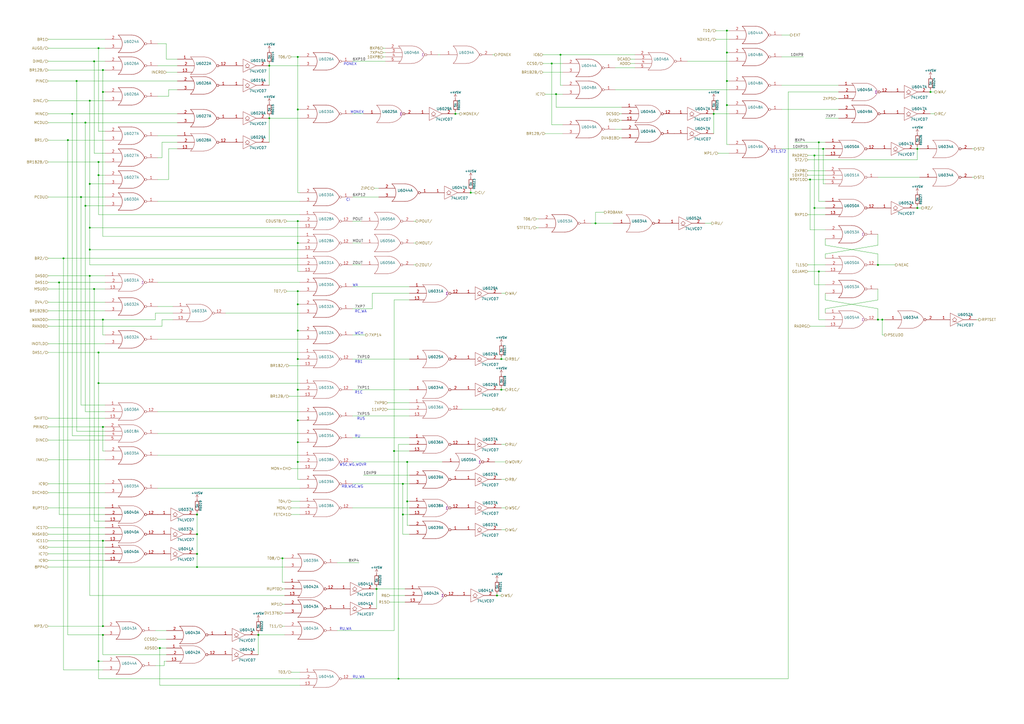
<source format=kicad_sch>
(kicad_sch (version 20211123) (generator eeschema)
  (paper "A2")
  (junction (at 156.21 38.1))
  (junction (at 172.72 267.97))
  (junction (at 59.69 53.34))
  (junction (at 41.91 66.04))
  (junction (at 36.83 149.86))
  (junction (at 59.69 368.3))
  (junction (at 59.69 313.69))
  (junction (at 52.07 132.08))
  (junction (at 511.81 185.42))
  (junction (at 49.53 119.38))
  (junction (at 52.07 58.42))
  (junction (at 59.69 247.65))
  (junction (at 57.15 383.54))
  (junction (at 532.13 120.65))
  (junction (at 236.22 267.97))
  (junction (at 46.99 114.3))
  (junction (at 114.3 298.45))
  (junction (at 172.72 63.5))
  (junction (at 156.21 68.58))
  (junction (at 472.44 90.17))
  (junction (at 509.27 185.42))
  (junction (at 477.52 86.36))
  (junction (at 320.04 36.83))
  (junction (at 290.83 226.06))
  (junction (at 421.64 46.99))
  (junction (at 114.3 328.93))
  (junction (at 172.72 128.27))
  (junction (at 264.16 66.04))
  (junction (at 228.6 261.62))
  (junction (at 49.53 71.12))
  (junction (at 57.15 204.47))
  (junction (at 57.15 101.6))
  (junction (at 54.61 35.56))
  (junction (at 52.07 160.02))
  (junction (at 236.22 290.83))
  (junction (at 421.64 17.78))
  (junction (at 172.72 140.97))
  (junction (at 172.72 243.84))
  (junction (at 172.72 226.06))
  (junction (at 92.71 375.92))
  (junction (at 288.29 345.44))
  (junction (at 325.12 31.75))
  (junction (at 233.68 280.67))
  (junction (at 57.15 27.94))
  (junction (at 231.14 393.7))
  (junction (at 474.98 157.48))
  (junction (at 233.68 298.45))
  (junction (at 57.15 93.98))
  (junction (at 172.72 256.54))
  (junction (at 172.72 168.91))
  (junction (at 163.83 323.85))
  (junction (at 421.64 60.96))
  (junction (at 474.98 82.55))
  (junction (at 172.72 191.77))
  (junction (at 172.72 176.53))
  (junction (at 59.69 40.64))
  (junction (at 539.75 53.34))
  (junction (at 149.86 368.3))
  (junction (at 57.15 222.25))
  (junction (at 52.07 144.78))
  (junction (at 59.69 363.22))
  (junction (at 172.72 33.02))
  (junction (at 54.61 167.64))
  (junction (at 532.13 86.36))
  (junction (at 421.64 30.48))
  (junction (at 44.45 46.99))
  (junction (at 114.3 321.31))
  (junction (at 39.37 81.28))
  (junction (at 469.9 104.14))
  (junction (at 345.44 129.54))
  (junction (at 34.29 163.83))
  (junction (at 472.44 120.65))
  (junction (at 52.07 106.68))
  (junction (at 322.58 54.61))
  (junction (at 114.3 309.88))
  (junction (at 218.44 341.63))
  (junction (at 59.69 185.42))
  (junction (at 273.05 111.76))
  (junction (at 509.27 153.67))
  (junction (at 172.72 208.28))
  (junction (at 290.83 208.28))
  (junction (at 414.02 66.04))
  (wire (pts (xy 218.44 341.63) (xy 234.95 341.63)))
  (wire (pts (xy 90.17 185.42) (xy 90.17 181.61)))
  (wire (pts (xy 312.42 127) (xy 311.15 127)))
  (wire (pts (xy 36.83 388.62) (xy 59.69 388.62)))
  (wire (pts (xy 422.91 88.9) (xy 416.56 88.9)))
  (wire (pts (xy 414.02 66.04) (xy 422.91 66.04)))
  (wire (pts (xy 168.91 389.89) (xy 173.99 389.89)))
  (wire (pts (xy 172.72 176.53) (xy 172.72 191.77)))
  (wire (pts (xy 163.83 355.6) (xy 165.1 355.6)))
  (wire (pts (xy 27.94 160.02) (xy 52.07 160.02)))
  (wire (pts (xy 52.07 153.67) (xy 173.99 153.67)))
  (wire (pts (xy 478.79 173.99) (xy 478.79 170.18)))
  (wire (pts (xy 359.41 66.04) (xy 360.68 66.04)))
  (wire (pts (xy 59.69 53.34) (xy 59.69 137.16)))
  (wire (pts (xy 93.98 91.44) (xy 93.98 82.55)))
  (wire (pts (xy 91.44 104.14) (xy 97.79 104.14)))
  (wire (pts (xy 509.27 185.42) (xy 509.27 179.07)))
  (wire (pts (xy 356.87 52.07) (xy 422.91 52.07)))
  (wire (pts (xy 156.21 36.83) (xy 156.21 38.1)))
  (wire (pts (xy 57.15 222.25) (xy 173.99 222.25)))
  (wire (pts (xy 27.94 185.42) (xy 59.69 185.42)))
  (wire (pts (xy 345.44 129.54) (xy 355.6 129.54)))
  (wire (pts (xy 27.94 149.86) (xy 36.83 149.86)))
  (wire (pts (xy 46.99 234.95) (xy 60.96 234.95)))
  (wire (pts (xy 91.44 177.8) (xy 100.33 177.8)))
  (wire (pts (xy 228.6 261.62) (xy 228.6 365.76)))
  (wire (pts (xy 472.44 90.17) (xy 478.79 90.17)))
  (wire (pts (xy 97.79 52.07) (xy 102.87 52.07)))
  (wire (pts (xy 421.64 17.78) (xy 422.91 17.78)))
  (wire (pts (xy 92.71 397.51) (xy 173.99 397.51)))
  (wire (pts (xy 172.72 208.28) (xy 172.72 226.06)))
  (wire (pts (xy 27.94 27.94) (xy 57.15 27.94)))
  (wire (pts (xy 172.72 256.54) (xy 173.99 256.54)))
  (wire (pts (xy 41.91 66.04) (xy 102.87 66.04)))
  (wire (pts (xy 233.68 298.45) (xy 233.68 309.88)))
  (wire (pts (xy 414.02 64.77) (xy 414.02 66.04)))
  (wire (pts (xy 44.45 250.19) (xy 60.96 250.19)))
  (wire (pts (xy 57.15 76.2) (xy 57.15 27.94)))
  (wire (pts (xy 168.91 298.45) (xy 173.99 298.45)))
  (wire (pts (xy 95.25 383.54) (xy 96.52 383.54)))
  (wire (pts (xy 231.14 393.7) (xy 231.14 257.81)))
  (wire (pts (xy 165.1 341.63) (xy 163.83 341.63)))
  (wire (pts (xy 320.04 36.83) (xy 320.04 72.39)))
  (wire (pts (xy 469.9 104.14) (xy 469.9 133.35)))
  (wire (pts (xy 267.97 237.49) (xy 285.75 237.49)))
  (wire (pts (xy 59.69 368.3) (xy 59.69 379.73)))
  (wire (pts (xy 204.47 280.67) (xy 233.68 280.67)))
  (wire (pts (xy 474.98 157.48) (xy 474.98 185.42)))
  (wire (pts (xy 204.47 128.27) (xy 209.55 128.27)))
  (wire (pts (xy 39.37 81.28) (xy 39.37 368.3)))
  (wire (pts (xy 290.83 294.64) (xy 293.37 294.64)))
  (wire (pts (xy 52.07 144.78) (xy 52.07 153.67)))
  (wire (pts (xy 421.64 30.48) (xy 422.91 30.48)))
  (wire (pts (xy 27.94 204.47) (xy 57.15 204.47)))
  (wire (pts (xy 457.2 53.34) (xy 457.2 393.7)))
  (wire (pts (xy 27.94 163.83) (xy 34.29 163.83)))
  (wire (pts (xy 156.21 38.1) (xy 156.21 49.53)))
  (wire (pts (xy 114.3 298.45) (xy 114.3 309.88)))
  (wire (pts (xy 91.44 25.4) (xy 96.52 25.4)))
  (wire (pts (xy 539.75 66.04) (xy 542.29 66.04)))
  (wire (pts (xy 511.81 185.42) (xy 511.81 194.31)))
  (wire (pts (xy 290.83 207.01) (xy 290.83 208.28)))
  (wire (pts (xy 288.29 345.44) (xy 290.83 345.44)))
  (wire (pts (xy 91.44 38.1) (xy 102.87 38.1)))
  (wire (pts (xy 468.63 90.17) (xy 472.44 90.17)))
  (wire (pts (xy 96.52 34.29) (xy 102.87 34.29)))
  (wire (pts (xy 97.79 104.14) (xy 97.79 86.36)))
  (wire (pts (xy 172.72 267.97) (xy 173.99 267.97)))
  (wire (pts (xy 204.47 208.28) (xy 237.49 208.28)))
  (wire (pts (xy 532.13 86.36) (xy 533.4 86.36)))
  (wire (pts (xy 59.69 40.64) (xy 60.96 40.64)))
  (wire (pts (xy 172.72 278.13) (xy 173.99 278.13)))
  (wire (pts (xy 365.76 34.29) (xy 368.3 34.29)))
  (wire (pts (xy 204.47 153.67) (xy 209.55 153.67)))
  (wire (pts (xy 472.44 90.17) (xy 472.44 120.65)))
  (wire (pts (xy 149.86 368.3) (xy 149.86 379.73)))
  (wire (pts (xy 509.27 173.99) (xy 478.79 179.07)))
  (wire (pts (xy 173.99 229.87) (xy 167.64 229.87)))
  (wire (pts (xy 60.96 317.5) (xy 27.94 317.5)))
  (wire (pts (xy 34.29 163.83) (xy 34.29 298.45)))
  (wire (pts (xy 60.96 280.67) (xy 27.94 280.67)))
  (wire (pts (xy 60.96 199.39) (xy 27.94 199.39)))
  (wire (pts (xy 237.49 166.37) (xy 204.47 166.37)))
  (wire (pts (xy 539.75 53.34) (xy 542.29 53.34)))
  (wire (pts (xy 195.58 326.39) (xy 208.28 326.39)))
  (wire (pts (xy 509.27 153.67) (xy 519.43 153.67)))
  (wire (pts (xy 218.44 341.63) (xy 218.44 353.06)))
  (wire (pts (xy 509.27 102.87) (xy 533.4 102.87)))
  (wire (pts (xy 166.37 168.91) (xy 172.72 168.91)))
  (wire (pts (xy 219.71 109.22) (xy 217.17 109.22)))
  (wire (pts (xy 91.44 238.76) (xy 173.99 238.76)))
  (wire (pts (xy 233.68 280.67) (xy 237.49 280.67)))
  (wire (pts (xy 93.98 82.55) (xy 102.87 82.55)))
  (wire (pts (xy 173.99 68.58) (xy 156.21 68.58)))
  (wire (pts (xy 59.69 247.65) (xy 59.69 261.62)))
  (wire (pts (xy 264.16 66.04) (xy 266.7 66.04)))
  (wire (pts (xy 290.83 278.13) (xy 293.37 278.13)))
  (wire (pts (xy 290.83 257.81) (xy 293.37 257.81)))
  (wire (pts (xy 320.04 36.83) (xy 326.39 36.83)))
  (wire (pts (xy 172.72 140.97) (xy 173.99 140.97)))
  (wire (pts (xy 316.23 54.61) (xy 322.58 54.61)))
  (wire (pts (xy 236.22 267.97) (xy 236.22 290.83)))
  (wire (pts (xy 563.88 86.36) (xy 565.15 86.36)))
  (wire (pts (xy 27.94 285.75) (xy 60.96 285.75)))
  (wire (pts (xy 90.17 181.61) (xy 100.33 181.61)))
  (wire (pts (xy 60.96 325.12) (xy 27.94 325.12)))
  (wire (pts (xy 27.94 81.28) (xy 39.37 81.28)))
  (wire (pts (xy 46.99 114.3) (xy 46.99 234.95)))
  (wire (pts (xy 228.6 173.99) (xy 228.6 261.62)))
  (wire (pts (xy 149.86 367.03) (xy 149.86 368.3)))
  (wire (pts (xy 414.02 66.04) (xy 414.02 77.47)))
  (wire (pts (xy 97.79 55.88) (xy 97.79 52.07)))
  (wire (pts (xy 96.52 25.4) (xy 96.52 34.29)))
  (wire (pts (xy 172.72 168.91) (xy 172.72 176.53)))
  (wire (pts (xy 114.3 297.18) (xy 114.3 298.45)))
  (wire (pts (xy 218.44 340.36) (xy 218.44 341.63)))
  (wire (pts (xy 222.25 27.94) (xy 223.52 27.94)))
  (wire (pts (xy 290.83 226.06) (xy 293.37 226.06)))
  (wire (pts (xy 173.99 116.84) (xy 91.44 116.84)))
  (wire (pts (xy 312.42 132.08) (xy 311.15 132.08)))
  (wire (pts (xy 57.15 383.54) (xy 59.69 383.54)))
  (wire (pts (xy 453.39 49.53) (xy 486.41 49.53)))
  (wire (pts (xy 273.05 111.76) (xy 275.59 111.76)))
  (wire (pts (xy 39.37 368.3) (xy 59.69 368.3)))
  (wire (pts (xy 453.39 86.36) (xy 477.52 86.36)))
  (wire (pts (xy 290.83 307.34) (xy 293.37 307.34)))
  (wire (pts (xy 509.27 185.42) (xy 511.81 185.42)))
  (wire (pts (xy 172.72 176.53) (xy 173.99 176.53)))
  (wire (pts (xy 468.63 104.14) (xy 469.9 104.14)))
  (wire (pts (xy 421.64 46.99) (xy 421.64 60.96)))
  (wire (pts (xy 222.25 33.02) (xy 223.52 33.02)))
  (wire (pts (xy 240.03 140.97) (xy 241.3 140.97)))
  (wire (pts (xy 563.88 102.87) (xy 565.15 102.87)))
  (wire (pts (xy 204.47 35.56) (xy 223.52 35.56)))
  (wire (pts (xy 532.13 86.36) (xy 532.13 92.71)))
  (wire (pts (xy 57.15 27.94) (xy 60.96 27.94)))
  (wire (pts (xy 204.47 140.97) (xy 209.55 140.97)))
  (wire (pts (xy 360.68 80.01) (xy 359.41 80.01)))
  (wire (pts (xy 52.07 144.78) (xy 173.99 144.78)))
  (wire (pts (xy 60.96 76.2) (xy 57.15 76.2)))
  (wire (pts (xy 59.69 261.62) (xy 60.96 261.62)))
  (wire (pts (xy 477.52 86.36) (xy 477.52 106.68)))
  (wire (pts (xy 469.9 133.35) (xy 478.79 133.35)))
  (wire (pts (xy 290.83 208.28) (xy 293.37 208.28)))
  (wire (pts (xy 156.21 67.31) (xy 156.21 68.58)))
  (wire (pts (xy 172.72 243.84) (xy 172.72 256.54)))
  (wire (pts (xy 223.52 30.48) (xy 222.25 30.48)))
  (wire (pts (xy 233.68 309.88) (xy 237.49 309.88)))
  (wire (pts (xy 54.61 302.26) (xy 60.96 302.26)))
  (wire (pts (xy 285.75 31.75) (xy 287.02 31.75)))
  (wire (pts (xy 204.47 254) (xy 237.49 254)))
  (wire (pts (xy 60.96 306.07) (xy 27.94 306.07)))
  (wire (pts (xy 27.94 175.26) (xy 60.96 175.26)))
  (wire (pts (xy 474.98 82.55) (xy 474.98 116.84)))
  (wire (pts (xy 509.27 135.89) (xy 509.27 142.24)))
  (wire (pts (xy 356.87 74.93) (xy 360.68 74.93)))
  (wire (pts (xy 27.94 247.65) (xy 59.69 247.65)))
  (wire (pts (xy 509.27 153.67) (xy 509.27 147.32)))
  (wire (pts (xy 27.94 71.12) (xy 49.53 71.12)))
  (wire (pts (xy 240.03 128.27) (xy 241.3 128.27)))
  (wire (pts (xy 96.52 41.91) (xy 102.87 41.91)))
  (wire (pts (xy 34.29 163.83) (xy 60.96 163.83)))
  (wire (pts (xy 290.83 224.79) (xy 290.83 226.06)))
  (wire (pts (xy 509.27 147.32) (xy 478.79 142.24)))
  (wire (pts (xy 60.96 266.7) (xy 27.94 266.7)))
  (wire (pts (xy 233.68 298.45) (xy 237.49 298.45)))
  (wire (pts (xy 27.94 328.93) (xy 114.3 328.93)))
  (wire (pts (xy 204.47 226.06) (xy 237.49 226.06)))
  (wire (pts (xy 130.81 181.61) (xy 173.99 181.61)))
  (wire (pts (xy 60.96 242.57) (xy 27.94 242.57)))
  (wire (pts (xy 54.61 167.64) (xy 60.96 167.64)))
  (wire (pts (xy 54.61 35.56) (xy 60.96 35.56)))
  (wire (pts (xy 173.99 290.83) (xy 168.91 290.83)))
  (wire (pts (xy 532.13 85.09) (xy 532.13 86.36)))
  (wire (pts (xy 509.27 142.24) (xy 478.79 147.32)))
  (wire (pts (xy 52.07 345.44) (xy 52.07 160.02)))
  (wire (pts (xy 168.91 33.02) (xy 172.72 33.02)))
  (wire (pts (xy 41.91 252.73) (xy 60.96 252.73)))
  (wire (pts (xy 44.45 46.99) (xy 102.87 46.99)))
  (wire (pts (xy 511.81 185.42) (xy 513.08 185.42)))
  (wire (pts (xy 52.07 106.68) (xy 60.96 106.68)))
  (wire (pts (xy 59.69 194.31) (xy 60.96 194.31)))
  (wire (pts (xy 172.72 128.27) (xy 172.72 140.97)))
  (wire (pts (xy 325.12 49.53) (xy 326.39 49.53)))
  (wire (pts (xy 288.29 344.17) (xy 288.29 345.44)))
  (wire (pts (xy 421.64 83.82) (xy 422.91 83.82)))
  (wire (pts (xy 233.68 280.67) (xy 233.68 298.45)))
  (wire (pts (xy 322.58 54.61) (xy 322.58 62.23)))
  (wire (pts (xy 172.72 140.97) (xy 172.72 157.48)))
  (wire (pts (xy 236.22 290.83) (xy 236.22 304.8)))
  (wire (pts (xy 57.15 93.98) (xy 57.15 101.6)))
  (wire (pts (xy 59.69 185.42) (xy 90.17 185.42)))
  (wire (pts (xy 474.98 157.48) (xy 478.79 157.48)))
  (wire (pts (xy 486.41 53.34) (xy 457.2 53.34)))
  (wire (pts (xy 172.72 33.02) (xy 173.99 33.02)))
  (wire (pts (xy 59.69 40.64) (xy 59.69 53.34)))
  (wire (pts (xy 57.15 383.54) (xy 57.15 393.7)))
  (wire (pts (xy 237.49 275.59) (xy 210.82 275.59)))
  (wire (pts (xy 172.72 256.54) (xy 172.72 267.97)))
  (wire (pts (xy 92.71 375.92) (xy 96.52 375.92)))
  (wire (pts (xy 472.44 120.65) (xy 478.79 120.65)))
  (wire (pts (xy 57.15 222.25) (xy 57.15 383.54)))
  (wire (pts (xy 27.94 46.99) (xy 44.45 46.99)))
  (wire (pts (xy 91.44 251.46) (xy 173.99 251.46)))
  (wire (pts (xy 453.39 20.32) (xy 458.47 20.32)))
  (wire (pts (xy 91.44 264.16) (xy 173.99 264.16)))
  (wire (pts (xy 231.14 257.81) (xy 237.49 257.81)))
  (wire (pts (xy 96.52 370.84) (xy 91.44 370.84)))
  (wire (pts (xy 27.94 309.88) (xy 60.96 309.88)))
  (wire (pts (xy 27.94 35.56) (xy 54.61 35.56)))
  (wire (pts (xy 532.13 119.38) (xy 532.13 120.65)))
  (wire (pts (xy 172.72 243.84) (xy 173.99 243.84)))
  (wire (pts (xy 228.6 261.62) (xy 237.49 261.62)))
  (wire (pts (xy 57.15 204.47) (xy 57.15 222.25)))
  (wire (pts (xy 204.47 267.97) (xy 236.22 267.97)))
  (wire (pts (xy 163.83 337.82) (xy 165.1 337.82)))
  (wire (pts (xy 163.83 323.85) (xy 163.83 337.82)))
  (wire (pts (xy 236.22 304.8) (xy 237.49 304.8)))
  (wire (pts (xy 478.79 153.67) (xy 468.63 153.67)))
  (wire (pts (xy 172.72 63.5) (xy 173.99 63.5)))
  (wire (pts (xy 478.79 189.23) (xy 469.9 189.23)))
  (wire (pts (xy 52.07 106.68) (xy 52.07 132.08)))
  (wire (pts (xy 59.69 185.42) (xy 59.69 194.31)))
  (wire (pts (xy 511.81 194.31) (xy 513.08 194.31)))
  (wire (pts (xy 172.72 191.77) (xy 173.99 191.77)))
  (wire (pts (xy 477.52 106.68) (xy 478.79 106.68)))
  (wire (pts (xy 91.44 91.44) (xy 93.98 91.44)))
  (wire (pts (xy 57.15 101.6) (xy 60.96 101.6)))
  (wire (pts (xy 478.79 142.24) (xy 478.79 138.43)))
  (wire (pts (xy 172.72 226.06) (xy 173.99 226.06)))
  (wire (pts (xy 166.37 128.27) (xy 172.72 128.27)))
  (wire (pts (xy 41.91 66.04) (xy 41.91 252.73)))
  (wire (pts (xy 172.72 128.27) (xy 173.99 128.27)))
  (wire (pts (xy 36.83 149.86) (xy 173.99 149.86)))
  (wire (pts (xy 314.96 31.75) (xy 325.12 31.75)))
  (wire (pts (xy 228.6 365.76) (xy 195.58 365.76)))
  (wire (pts (xy 52.07 132.08) (xy 173.99 132.08)))
  (wire (pts (xy 172.72 226.06) (xy 172.72 243.84)))
  (wire (pts (xy 90.17 386.08) (xy 95.25 386.08)))
  (wire (pts (xy 215.9 179.07) (xy 215.9 170.18)))
  (wire (pts (xy 27.94 40.64) (xy 59.69 40.64)))
  (wire (pts (xy 149.86 368.3) (xy 165.1 368.3)))
  (wire (pts (xy 356.87 39.37) (xy 368.3 39.37)))
  (wire (pts (xy 264.16 64.77) (xy 264.16 66.04)))
  (wire (pts (xy 509.27 167.64) (xy 509.27 173.99)))
  (wire (pts (xy 27.94 321.31) (xy 60.96 321.31)))
  (wire (pts (xy 478.79 124.46) (xy 468.63 124.46)))
  (wire (pts (xy 49.53 119.38) (xy 60.96 119.38)))
  (wire (pts (xy 49.53 71.12) (xy 49.53 119.38)))
  (wire (pts (xy 172.72 33.02) (xy 172.72 63.5)))
  (wire (pts (xy 57.15 124.46) (xy 173.99 124.46)))
  (wire (pts (xy 474.98 116.84) (xy 478.79 116.84)))
  (wire (pts (xy 204.47 393.7) (xy 231.14 393.7)))
  (wire (pts (xy 478.79 179.07) (xy 478.79 181.61)))
  (wire (pts (xy 468.63 157.48) (xy 474.98 157.48)))
  (wire (pts (xy 204.47 194.31) (xy 212.09 194.31)))
  (wire (pts (xy 52.07 160.02) (xy 60.96 160.02)))
  (wire (pts (xy 173.99 38.1) (xy 156.21 38.1)))
  (wire (pts (xy 532.13 92.71) (xy 468.63 92.71)))
  (wire (pts (xy 165.1 363.22) (xy 163.83 363.22)))
  (wire (pts (xy 215.9 170.18) (xy 237.49 170.18)))
  (wire (pts (xy 27.94 58.42) (xy 52.07 58.42)))
  (wire (pts (xy 325.12 31.75) (xy 368.3 31.75)))
  (wire (pts (xy 468.63 101.6) (xy 478.79 101.6)))
  (wire (pts (xy 172.72 208.28) (xy 173.99 208.28)))
  (wire (pts (xy 509.27 179.07) (xy 478.79 173.99)))
  (wire (pts (xy 486.41 57.15) (xy 485.14 57.15)))
  (wire (pts (xy 59.69 137.16) (xy 173.99 137.16)))
  (wire (pts (xy 59.69 363.22) (xy 27.94 363.22)))
  (wire (pts (xy 236.22 290.83) (xy 237.49 290.83)))
  (wire (pts (xy 421.64 17.78) (xy 421.64 30.48)))
  (wire (pts (xy 237.49 233.68) (xy 224.79 233.68)))
  (wire (pts (xy 93.98 189.23) (xy 93.98 185.42)))
  (wire (pts (xy 322.58 62.23) (xy 360.68 62.23)))
  (wire (pts (xy 57.15 93.98) (xy 60.96 93.98)))
  (wire (pts (xy 453.39 33.02) (xy 466.09 33.02)))
  (wire (pts (xy 60.96 53.34) (xy 59.69 53.34)))
  (wire (pts (xy 365.76 36.83) (xy 368.3 36.83)))
  (wire (pts (xy 322.58 54.61) (xy 326.39 54.61)))
  (wire (pts (xy 325.12 31.75) (xy 325.12 49.53)))
  (wire (pts (xy 345.44 129.54) (xy 345.44 123.19)))
  (wire (pts (xy 228.6 173.99) (xy 237.49 173.99)))
  (wire (pts (xy 34.29 298.45) (xy 60.96 298.45)))
  (wire (pts (xy 91.44 55.88) (xy 97.79 55.88)))
  (wire (pts (xy 114.3 321.31) (xy 114.3 328.93)))
  (wire (pts (xy 408.94 129.54) (xy 412.75 129.54)))
  (wire (pts (xy 415.29 22.86) (xy 422.91 22.86)))
  (wire (pts (xy 273.05 110.49) (xy 273.05 111.76)))
  (wire (pts (xy 93.98 185.42) (xy 100.33 185.42)))
  (wire (pts (xy 320.04 72.39) (xy 326.39 72.39)))
  (wire (pts (xy 60.96 255.27) (xy 27.94 255.27)))
  (wire (pts (xy 59.69 313.69) (xy 59.69 363.22)))
  (wire (pts (xy 91.44 78.74) (xy 102.87 78.74)))
  (wire (pts (xy 172.72 191.77) (xy 172.72 208.28)))
  (wire (pts (xy 60.96 180.34) (xy 27.94 180.34)))
  (wire (pts (xy 204.47 114.3) (xy 219.71 114.3)))
  (wire (pts (xy 173.99 271.78) (xy 168.91 271.78)))
  (wire (pts (xy 415.29 17.78) (xy 421.64 17.78)))
  (wire (pts (xy 172.72 111.76) (xy 173.99 111.76)))
  (wire (pts (xy 472.44 120.65) (xy 472.44 165.1)))
  (wire (pts (xy 204.47 241.3) (xy 237.49 241.3)))
  (wire (pts (xy 477.52 86.36) (xy 478.79 86.36)))
  (wire (pts (xy 49.53 71.12) (xy 102.87 71.12)))
  (wire (pts (xy 314.96 36.83) (xy 320.04 36.83)))
  (wire (pts (xy 27.94 114.3) (xy 46.99 114.3)))
  (wire (pts (xy 172.72 63.5) (xy 172.72 111.76)))
  (wire (pts (xy 172.72 157.48) (xy 173.99 157.48)))
  (wire (pts (xy 224.79 237.49) (xy 237.49 237.49)))
  (wire (pts (xy 478.79 99.06) (xy 468.63 99.06)))
  (wire (pts (xy 49.53 119.38) (xy 49.53 238.76)))
  (wire (pts (xy 172.72 267.97) (xy 172.72 278.13)))
  (wire (pts (xy 59.69 379.73) (xy 96.52 379.73)))
  (wire (pts (xy 234.95 345.44) (xy 226.06 345.44)))
  (wire (pts (xy 173.99 283.21) (xy 91.44 283.21)))
  (wire (pts (xy 421.64 46.99) (xy 422.91 46.99)))
  (wire (pts (xy 359.41 69.85) (xy 360.68 69.85)))
  (wire (pts (xy 566.42 185.42) (xy 567.69 185.42)))
  (wire (pts (xy 237.49 294.64) (xy 204.47 294.64)))
  (wire (pts (xy 287.02 267.97) (xy 293.37 267.97)))
  (wire (pts (xy 52.07 58.42) (xy 60.96 58.42)))
  (wire (pts (xy 36.83 149.86) (xy 36.83 388.62)))
  (wire (pts (xy 461.01 82.55) (xy 474.98 82.55)))
  (wire (pts (xy 46.99 114.3) (xy 60.96 114.3)))
  (wire (pts (xy 326.39 77.47) (xy 316.23 77.47)))
  (wire (pts (xy 92.71 375.92) (xy 92.71 397.51)))
  (wire (pts (xy 60.96 22.86) (xy 27.94 22.86)))
  (wire (pts (xy 539.75 52.07) (xy 539.75 53.34)))
  (wire (pts (xy 469.9 104.14) (xy 478.79 104.14)))
  (wire (pts (xy 60.96 294.64) (xy 27.94 294.64)))
  (wire (pts (xy 173.99 212.09) (xy 167.64 212.09)))
  (wire (pts (xy 91.44 375.92) (xy 92.71 375.92)))
  (wire (pts (xy 290.83 170.18) (xy 293.37 170.18)))
  (wire (pts (xy 39.37 81.28) (xy 60.96 81.28)))
  (wire (pts (xy 474.98 82.55) (xy 478.79 82.55)))
  (wire (pts (xy 472.44 165.1) (xy 478.79 165.1)))
  (wire (pts (xy 421.64 60.96) (xy 421.64 83.82)))
  (wire (pts (xy 27.94 66.04) (xy 41.91 66.04)))
  (wire (pts (xy 52.07 132.08) (xy 52.07 144.78)))
  (wire (pts (xy 52.07 58.42) (xy 52.07 106.68)))
  (wire (pts (xy 57.15 393.7) (xy 173.99 393.7)))
  (wire (pts (xy 27.94 93.98) (xy 57.15 93.98)))
  (wire (pts (xy 97.79 86.36) (xy 102.87 86.36)))
  (wire (pts (xy 44.45 250.19) (xy 44.45 46.99)))
  (wire (pts (xy 345.44 123.19) (xy 350.52 123.19)))
  (wire (pts (xy 486.41 68.58) (xy 478.79 68.58)))
  (wire (pts (xy 474.98 185.42) (xy 478.79 185.42)))
  (wire (pts (xy 478.79 147.32) (xy 478.79 149.86)))
  (wire (pts (xy 173.99 294.64) (xy 168.91 294.64)))
  (wire (pts (xy 532.13 120.65) (xy 534.67 120.65)))
  (wire (pts (xy 27.94 189.23) (xy 93.98 189.23)))
  (wire (pts (xy 204.47 179.07) (xy 215.9 179.07)))
  (wire (pts (xy 27.94 313.69) (xy 59.69 313.69)))
  (wire (pts (xy 60.96 88.9) (xy 54.61 88.9)))
  (wire (pts (xy 59.69 247.65) (xy 60.96 247.65)))
  (wire (pts (xy 453.39 63.5) (xy 486.41 63.5)))
  (wire (pts (xy 156.21 68.58) (xy 156.21 82.55)))
  (wire (pts (xy 54.61 167.64) (xy 54.61 302.26)))
  (wire (pts (xy 226.06 349.25) (xy 234.95 349.25)))
  (wire (pts (xy 57.15 101.6) (xy 57.15 124.46)))
  (wire (pts (xy 54.61 88.9) (xy 54.61 35.56)))
  (wire (pts (xy 342.9 129.54) (xy 345.44 129.54)))
  (wire (pts (xy 91.44 163.83) (xy 173.99 163.83)))
  (wire (pts (xy 172.72 168.91) (xy 173.99 168.91)))
  (wire (pts (xy 114.3 309.88) (xy 114.3 321.31)))
  (wire (pts (xy 114.3 328.93) (xy 165.1 328.93)))
  (wire (pts (xy 398.78 35.56) (xy 422.91 35.56)))
  (wire (pts (xy 231.14 393.7) (xy 457.2 393.7)))
  (wire (pts (xy 240.03 153.67) (xy 241.3 153.67)))
  (wire (pts (xy 59.69 313.69) (xy 60.96 313.69)))
  (wire (pts (xy 314.96 41.91) (xy 326.39 41.91)))
  (wire (pts (xy 95.25 386.08) (xy 95.25 383.54)))
  (wire (pts (xy 27.94 167.64) (xy 54.61 167.64)))
  (wire (pts (xy 163.83 323.85) (xy 165.1 323.85)))
  (wire (pts (xy 421.64 30.48) (xy 421.64 46.99)))
  (wire (pts (xy 91.44 196.85) (xy 173.99 196.85)))
  (wire (pts (xy 236.22 267.97) (xy 256.54 267.97)))
  (wire (pts (xy 165.1 345.44) (xy 52.07 345.44)))
  (wire (pts (xy 162.56 323.85) (xy 163.83 323.85)))
  (wire (pts (xy 421.64 60.96) (xy 422.91 60.96)))
  (wire (pts (xy 57.15 204.47) (xy 173.99 204.47)))
  (wire (pts (xy 254 31.75) (xy 255.27 31.75)))
  (wire (pts (xy 96.52 365.76) (xy 90.17 365.76)))
  (wire (pts (xy 49.53 238.76) (xy 60.96 238.76)))
  (wire (pts (xy 165.1 350.52) (xy 163.83 350.52)))
  (wire (pts (xy 204.47 66.04) (xy 210.82 66.04)))
  (text "WA" (at 204.47 166.37 0) (effects (font (size 1.524 1.524)) (justify left bottom)))
  (text "CI" (at 203.2 116.84 180) (effects (font (size 1.524 1.524)) (justify right bottom)))
  (text "WSC,WG,WOVR" (at 196.85 270.51 0) (effects (font (size 1.524 1.524)) (justify left bottom)))
  (text "RU" (at 205.74 254 0) (effects (font (size 1.524 1.524)) (justify left bottom)))
  (text "WCH" (at 205.74 194.31 0) (effects (font (size 1.524 1.524)) (justify left bottom)))
  (text "RB,WSC,WG" (at 198.12 283.21 0) (effects (font (size 1.524 1.524)) (justify left bottom)))
  (text "RU,WA" (at 196.85 365.76 0) (effects (font (size 1.524 1.524)) (justify left bottom)))
  (text "R1C" (at 205.74 228.6 0) (effects (font (size 1.524 1.524)) (justify left bottom)))
  (text "PONEX" (at 207.01 38.1 180) (effects (font (size 1.524 1.524)) (justify right bottom)))
  (text "RB1" (at 205.74 210.82 0) (effects (font (size 1.524 1.524)) (justify left bottom)))
  (text "RUS" (at 207.01 243.84 0) (effects (font (size 1.524 1.524)) (justify left bottom)))
  (text "RC,WA" (at 205.74 181.61 0) (effects (font (size 1.524 1.524)) (justify left bottom)))
  (text "MONEX" (at 203.2 66.04 0) (effects (font (size 1.524 1.524)) (justify left bottom)))
  (text "ST1,ST2" (at 447.04 88.9 0) (effects (font (size 1.524 1.524)) (justify left bottom)))
  (text "RU,WA" (at 204.47 393.7 0) (effects (font (size 1.524 1.524)) (justify left bottom)))
  (label "7XP11" (at 207.01 226.06 0) (effects (font (size 1.524 1.524))))
  (label "POUT" (at 204.47 128.27 0) (effects (font (size 1.524 1.524))))
  (label "10XP15" (at 459.74 86.36 0) (effects (font (size 1.524 1.524))))
  (label "10XP9" (at 210.82 275.59 0) (effects (font (size 1.524 1.524))))
  (label "7XP7" (at 478.79 68.58 0) (effects (font (size 1.524 1.524))))
  (label "6XP10" (at 212.09 35.56 180) (effects (font (size 1.524 1.524))))
  (label "8XP4" (at 461.01 82.55 0) (effects (font (size 1.524 1.524))))
  (label "10XP9" (at 466.09 33.02 180) (effects (font (size 1.524 1.524))))
  (label "7XP7" (at 205.74 179.07 0) (effects (font (size 1.524 1.524))))
  (label "7XP10" (at 207.01 208.28 0) (effects (font (size 1.524 1.524))))
  (label "7XP15" (at 207.01 241.3 0) (effects (font (size 1.524 1.524))))
  (label "MOUT" (at 204.47 140.97 0) (effects (font (size 1.524 1.524))))
  (label "6XP12" (at 212.09 114.3 180) (effects (font (size 1.524 1.524))))
  (label "8XP4" (at 208.28 326.39 180) (effects (font (size 1.524 1.524))))
  (label "ZOUT" (at 204.47 153.67 0) (effects (font (size 1.524 1.524))))
  (hierarchical_label "IC7" (shape input) (at 27.94 321.31 180) (effects (font (size 1.524 1.524))))
  (hierarchical_label "BR12B/" (shape input) (at 27.94 40.64 180) (effects (font (size 1.524 1.524))))
  (hierarchical_label "DAS0" (shape input) (at 27.94 160.02 180) (effects (font (size 1.524 1.524))))
  (hierarchical_label "DAS1" (shape input) (at 27.94 163.83 180) (effects (font (size 1.524 1.524))))
  (hierarchical_label "MINC" (shape input) (at 27.94 66.04 180) (effects (font (size 1.524 1.524))))
  (hierarchical_label "DIM0/" (shape input) (at 27.94 35.56 180) (effects (font (size 1.524 1.524))))
  (hierarchical_label "DCA0" (shape input) (at 365.76 34.29 180) (effects (font (size 1.524 1.524))))
  (hierarchical_label "7XP4" (shape input) (at 222.25 30.48 180) (effects (font (size 1.524 1.524))))
  (hierarchical_label "MP1/" (shape input) (at 416.56 88.9 180) (effects (font (size 1.524 1.524))))
  (hierarchical_label "ZOUT/" (shape output) (at 241.3 153.67 0) (effects (font (size 1.524 1.524))))
  (hierarchical_label "RZ/" (shape output) (at 534.67 120.65 0) (effects (font (size 1.524 1.524))))
  (hierarchical_label "T11/" (shape input) (at 163.83 363.22 180) (effects (font (size 1.524 1.524))))
  (hierarchical_label "ST2/" (shape input) (at 468.63 92.71 180) (effects (font (size 1.524 1.524))))
  (hierarchical_label "NEAC" (shape output) (at 519.43 153.67 0) (effects (font (size 1.524 1.524))))
  (hierarchical_label "2XP8" (shape input) (at 468.63 99.06 180) (effects (font (size 1.524 1.524))))
  (hierarchical_label "RUPT1" (shape input) (at 27.94 294.64 180) (effects (font (size 1.524 1.524))))
  (hierarchical_label "WG/" (shape output) (at 293.37 307.34 0) (effects (font (size 1.524 1.524))))
  (hierarchical_label "DV4/" (shape input) (at 27.94 175.26 180) (effects (font (size 1.524 1.524))))
  (hierarchical_label "RUPT0" (shape input) (at 163.83 341.63 180) (effects (font (size 1.524 1.524))))
  (hierarchical_label "T06/" (shape input) (at 311.15 127 180) (effects (font (size 1.524 1.524))))
  (hierarchical_label "SHIFT" (shape input) (at 27.94 242.57 180) (effects (font (size 1.524 1.524))))
  (hierarchical_label "DV1376" (shape input) (at 163.83 355.6 180) (effects (font (size 1.524 1.524))))
  (hierarchical_label "WA/" (shape output) (at 293.37 170.18 0) (effects (font (size 1.524 1.524))))
  (hierarchical_label "DINC" (shape input) (at 27.94 255.27 180) (effects (font (size 1.524 1.524))))
  (hierarchical_label "8PP4" (shape input) (at 27.94 328.93 180) (effects (font (size 1.524 1.524))))
  (hierarchical_label "10XP1" (shape input) (at 468.63 101.6 180) (effects (font (size 1.524 1.524))))
  (hierarchical_label "RUS/" (shape output) (at 285.75 237.49 0) (effects (font (size 1.524 1.524))))
  (hierarchical_label "MON/" (shape input) (at 168.91 294.64 180) (effects (font (size 1.524 1.524))))
  (hierarchical_label "T06/" (shape input) (at 168.91 33.02 180) (effects (font (size 1.524 1.524))))
  (hierarchical_label "T07/" (shape input) (at 166.37 168.91 180) (effects (font (size 1.524 1.524))))
  (hierarchical_label "PSEUDO" (shape output) (at 513.08 194.31 0) (effects (font (size 1.524 1.524))))
  (hierarchical_label "MP0T10" (shape input) (at 468.63 104.14 180) (effects (font (size 1.524 1.524))))
  (hierarchical_label "MASK0" (shape input) (at 27.94 309.88 180) (effects (font (size 1.524 1.524))))
  (hierarchical_label "WSC/" (shape output) (at 293.37 294.64 0) (effects (font (size 1.524 1.524))))
  (hierarchical_label "T10/" (shape input) (at 415.29 17.78 180) (effects (font (size 1.524 1.524))))
  (hierarchical_label "WAND0" (shape input) (at 27.94 185.42 180) (effects (font (size 1.524 1.524))))
  (hierarchical_label "FETCH1" (shape input) (at 168.91 298.45 180) (effects (font (size 1.524 1.524))))
  (hierarchical_label "EXT" (shape output) (at 458.47 20.32 0) (effects (font (size 1.524 1.524))))
  (hierarchical_label "WOVR/" (shape output) (at 293.37 267.97 0) (effects (font (size 1.524 1.524))))
  (hierarchical_label "7XP9" (shape input) (at 224.79 233.68 180) (effects (font (size 1.524 1.524))))
  (hierarchical_label "IC11" (shape input) (at 27.94 313.69 180) (effects (font (size 1.524 1.524))))
  (hierarchical_label "MP3/" (shape input) (at 27.94 363.22 180) (effects (font (size 1.524 1.524))))
  (hierarchical_label "BR12B/" (shape input) (at 167.64 229.87 180) (effects (font (size 1.524 1.524))))
  (hierarchical_label "NDXX1/" (shape input) (at 415.29 22.86 180) (effects (font (size 1.524 1.524))))
  (hierarchical_label "MSU0" (shape input) (at 27.94 167.64 180) (effects (font (size 1.524 1.524))))
  (hierarchical_label "T04/" (shape input) (at 168.91 290.83 180) (effects (font (size 1.524 1.524))))
  (hierarchical_label "IC17" (shape input) (at 27.94 306.07 180) (effects (font (size 1.524 1.524))))
  (hierarchical_label "IC6" (shape input) (at 27.94 317.5 180) (effects (font (size 1.524 1.524))))
  (hierarchical_label "RC/" (shape output) (at 542.29 66.04 0) (effects (font (size 1.524 1.524))))
  (hierarchical_label "AUG0/" (shape input) (at 27.94 27.94 180) (effects (font (size 1.524 1.524))))
  (hierarchical_label "BR1B2B/" (shape input) (at 27.94 93.98 180) (effects (font (size 1.524 1.524))))
  (hierarchical_label "PCDU" (shape input) (at 27.94 114.3 180) (effects (font (size 1.524 1.524))))
  (hierarchical_label "11XP2" (shape input) (at 224.79 237.49 180) (effects (font (size 1.524 1.524))))
  (hierarchical_label "RDBANK" (shape output) (at 350.52 123.19 0) (effects (font (size 1.524 1.524))))
  (hierarchical_label "IC6" (shape input) (at 314.96 31.75 180) (effects (font (size 1.524 1.524))))
  (hierarchical_label "R15" (shape input) (at 226.06 349.25 180) (effects (font (size 1.524 1.524))))
  (hierarchical_label "DAS1/" (shape input) (at 27.94 204.47 180) (effects (font (size 1.524 1.524))))
  (hierarchical_label "WA/" (shape output) (at 542.29 53.34 0) (effects (font (size 1.524 1.524))))
  (hierarchical_label "RADRG" (shape input) (at 469.9 189.23 180) (effects (font (size 1.524 1.524))))
  (hierarchical_label "RB1/" (shape output) (at 293.37 208.28 0) (effects (font (size 1.524 1.524))))
  (hierarchical_label "MOUT/" (shape output) (at 241.3 140.97 0) (effects (font (size 1.524 1.524))))
  (hierarchical_label "PRINC" (shape input) (at 27.94 247.65 180) (effects (font (size 1.524 1.524))))
  (hierarchical_label "T03/" (shape input) (at 168.91 389.89 180) (effects (font (size 1.524 1.524))))
  (hierarchical_label "CI/" (shape output) (at 275.59 111.76 0) (effects (font (size 1.524 1.524))))
  (hierarchical_label "9XP1" (shape input) (at 468.63 124.46 180) (effects (font (size 1.524 1.524))))
  (hierarchical_label "MON+CH" (shape input) (at 168.91 271.78 180) (effects (font (size 1.524 1.524))))
  (hierarchical_label "IC9" (shape input) (at 27.94 325.12 180) (effects (font (size 1.524 1.524))))
  (hierarchical_label "BR1B2/" (shape input) (at 167.64 212.09 180) (effects (font (size 1.524 1.524))))
  (hierarchical_label "TL15" (shape input) (at 468.63 153.67 180) (effects (font (size 1.524 1.524))))
  (hierarchical_label "RB/" (shape output) (at 293.37 278.13 0) (effects (font (size 1.524 1.524))))
  (hierarchical_label "AD0" (shape input) (at 365.76 36.83 180) (effects (font (size 1.524 1.524))))
  (hierarchical_label "INKL" (shape input) (at 27.94 266.7 180) (effects (font (size 1.524 1.524))))
  (hierarchical_label "BR1B2B/" (shape input) (at 314.96 41.91 180) (effects (font (size 1.524 1.524))))
  (hierarchical_label "DINC/" (shape input) (at 27.94 58.42 180) (effects (font (size 1.524 1.524))))
  (hierarchical_label "CCS0/" (shape input) (at 314.96 36.83 180) (effects (font (size 1.524 1.524))))
  (hierarchical_label "STFET1/" (shape input) (at 311.15 132.08 180) (effects (font (size 1.524 1.524))))
  (hierarchical_label "BR1" (shape input) (at 27.94 22.86 180) (effects (font (size 1.524 1.524))))
  (hierarchical_label "INCR0" (shape input) (at 96.52 41.91 180) (effects (font (size 1.524 1.524))))
  (hierarchical_label "10XP8" (shape input) (at 222.25 33.02 180) (effects (font (size 1.524 1.524))))
  (hierarchical_label "R6" (shape input) (at 226.06 345.44 180) (effects (font (size 1.524 1.524))))
  (hierarchical_label "MONEX/" (shape output) (at 266.7 66.04 0) (effects (font (size 1.524 1.524))))
  (hierarchical_label "INOTLD" (shape input) (at 27.94 199.39 180) (effects (font (size 1.524 1.524))))
  (hierarchical_label "PONEX" (shape output) (at 287.02 31.75 0) (effects (font (size 1.524 1.524))))
  (hierarchical_label "BR2/" (shape input) (at 27.94 149.86 180) (effects (font (size 1.524 1.524))))
  (hierarchical_label "8XP6" (shape input) (at 222.25 27.94 180) (effects (font (size 1.524 1.524))))
  (hierarchical_label "7XP14" (shape output) (at 212.09 194.31 0) (effects (font (size 1.524 1.524))))
  (hierarchical_label "CCS0" (shape input) (at 91.44 370.84 180) (effects (font (size 1.524 1.524))))
  (hierarchical_label "RU/" (shape output) (at 412.75 129.54 0) (effects (font (size 1.524 1.524))))
  (hierarchical_label "ADS0" (shape input) (at 91.44 375.92 180) (effects (font (size 1.524 1.524))))
  (hierarchical_label "ZIPCI" (shape input) (at 217.17 109.22 180) (effects (font (size 1.524 1.524))))
  (hierarchical_label "BR1/" (shape input) (at 27.94 81.28 180) (effects (font (size 1.524 1.524))))
  (hierarchical_label "R1C/" (shape output) (at 293.37 226.06 0) (effects (font (size 1.524 1.524))))
  (hierarchical_label "POUT/" (shape output) (at 241.3 128.27 0) (effects (font (size 1.524 1.524))))
  (hierarchical_label "CDUSTB/" (shape input) (at 166.37 128.27 180) (effects (font (size 1.524 1.524))))
  (hierarchical_label "BR12B/" (shape input) (at 316.23 77.47 180) (effects (font (size 1.524 1.524))))
  (hierarchical_label "IC9" (shape input) (at 27.94 280.67 180) (effects (font (size 1.524 1.524))))
  (hierarchical_label "BR1B2B" (shape input) (at 27.94 180.34 180) (effects (font (size 1.524 1.524))))
  (hierarchical_label "ST1" (shape output) (at 565.15 102.87 0) (effects (font (size 1.524 1.524))))
  (hierarchical_label "RU/" (shape output) (at 293.37 257.81 0) (effects (font (size 1.524 1.524))))
  (hierarchical_label "DXCH0" (shape input) (at 27.94 285.75 180) (effects (font (size 1.524 1.524))))
  (hierarchical_label "RPTSET" (shape output) (at 567.69 185.42 0) (effects (font (size 1.524 1.524))))
  (hierarchical_label "DV4B1B" (shape input) (at 359.41 80.01 180) (effects (font (size 1.524 1.524))))
  (hierarchical_label "SU0" (shape input) (at 359.41 69.85 180) (effects (font (size 1.524 1.524))))
  (hierarchical_label "ST2" (shape output) (at 565.15 86.36 0) (effects (font (size 1.524 1.524))))
  (hierarchical_label "RAND0" (shape input) (at 27.94 189.23 180) (effects (font (size 1.524 1.524))))
  (hierarchical_label "RADRZ" (shape input) (at 468.63 90.17 180) (effects (font (size 1.524 1.524))))
  (hierarchical_label "2XP5" (shape input) (at 485.14 57.15 180) (effects (font (size 1.524 1.524))))
  (hierarchical_label "IC7" (shape input) (at 316.23 54.61 180) (effects (font (size 1.524 1.524))))
  (hierarchical_label "MCDU" (shape input) (at 27.94 71.12 180) (effects (font (size 1.524 1.524))))
  (hierarchical_label "MP1" (shape input) (at 163.83 350.52 180) (effects (font (size 1.524 1.524))))
  (hierarchical_label "T08/" (shape input) (at 162.56 323.85 180) (effects (font (size 1.524 1.524))))
  (hierarchical_label "GOJAM" (shape input) (at 468.63 157.48 180) (effects (font (size 1.524 1.524))))
  (hierarchical_label "PINC" (shape input) (at 27.94 46.99 180) (effects (font (size 1.524 1.524))))
  (hierarchical_label "WS/" (shape output) (at 290.83 345.44 0) (effects (font (size 1.524 1.524))))
  (hierarchical_label "DCS0" (shape input) (at 359.41 66.04 180) (effects (font (size 1.524 1.524))))
  (symbol (lib_id "agc_kicad_components:74HC02") (at 76.2 25.4 0)
    (property "Reference" "U6024" (at 76.2 24.13 0) (effects (font (size 1.524 1.524))))
    (property "Value" "74HC02" (effects hide))
  )
  (symbol (lib_id "agc_kicad_components:74HC02") (at 76.2 38.1 0)
    (property "Reference" "U6026" (at 76.2 36.83 0) (effects (font (size 1.524 1.524))))
    (property "Value" "74HC02" (effects hide))
  )
  (symbol (lib_id "agc_kicad_components:74HC27") (at 118.11 38.1 0)
    (property "Reference" "U6022" (at 118.11 36.83 0) (effects (font (size 1.524 1.524))))
    (property "Value" "74HC27" (effects hide))
  )
  (symbol (lib_id "agc_kicad_components:74HC02") (at 118.11 49.53 0)
    (property "Reference" "U6026" (at 118.11 48.26 0) (effects (font (size 1.524 1.524))))
    (property "Value" "74HC02" (effects hide))
  )
  (symbol (lib_id "agc_kicad_components:74HC02") (at 76.2 55.88 0)
    (property "Reference" "U6026" (at 76.2 54.61 0) (effects (font (size 1.524 1.524))))
    (property "Value" "74HC02" (effects hide))
  )
  (symbol (lib_id "agc_kicad_components:74LVC07") (at 144.78 38.1 0)
    (property "Reference" "U6019" (at 149.733 35.179 0) (effects (font (size 1.524 1.524))))
    (property "Value" "74LVC07" (at 149.606 41.275 0) (effects (font (size 1.524 1.524))))
  )
  (symbol (lib_id "agc_kicad_components:74LVC07") (at 144.78 49.53 0)
    (property "Reference" "U6019" (at 149.733 46.609 0) (effects (font (size 1.524 1.524))))
    (property "Value" "74LVC07" (at 149.606 52.705 0) (effects (font (size 1.524 1.524))))
  )
  (symbol (lib_id "crosspoint_ii-rescue:R-device") (at 156.21 33.02 0) (unit 1)
    (property "Reference" "R6014" (at 158.242 33.02 90))
    (property "Value" "5k" (at 156.21 33.02 90))
  )
  (symbol (lib_id "agc_kicad_components:74HC02") (at 189.23 35.56 0)
    (property "Reference" "U6026" (at 189.23 34.29 0) (effects (font (size 1.524 1.524))))
    (property "Value" "74HC02" (effects hide))
  )
  (symbol (lib_id "agc_kicad_components:74HC27") (at 118.11 82.55 0)
    (property "Reference" "U6028" (at 118.11 81.28 0) (effects (font (size 1.524 1.524))))
    (property "Value" "74HC27" (effects hide))
  )
  (symbol (lib_id "agc_kicad_components:74HC02") (at 118.11 68.58 0)
    (property "Reference" "U6027" (at 118.11 67.31 0) (effects (font (size 1.524 1.524))))
    (property "Value" "74HC02" (effects hide))
  )
  (symbol (lib_id "agc_kicad_components:74LVC07") (at 144.78 68.58 0)
    (property "Reference" "U6029" (at 149.733 65.659 0) (effects (font (size 1.524 1.524))))
    (property "Value" "74LVC07" (at 149.606 71.755 0) (effects (font (size 1.524 1.524))))
  )
  (symbol (lib_id "agc_kicad_components:74LVC07") (at 144.78 82.55 0)
    (property "Reference" "U6029" (at 149.733 79.629 0) (effects (font (size 1.524 1.524))))
    (property "Value" "74LVC07" (at 149.606 85.725 0) (effects (font (size 1.524 1.524))))
  )
  (symbol (lib_id "crosspoint_ii-rescue:R-device") (at 156.21 63.5 0) (unit 1)
    (property "Reference" "R6015" (at 158.242 63.5 90))
    (property "Value" "5k" (at 156.21 63.5 90))
  )
  (symbol (lib_id "agc_kicad_components:74HC02") (at 76.2 78.74 0)
    (property "Reference" "U6027" (at 76.2 77.47 0) (effects (font (size 1.524 1.524))))
    (property "Value" "74HC02" (effects hide))
  )
  (symbol (lib_id "agc_kicad_components:74HC02") (at 76.2 91.44 0)
    (property "Reference" "U6027" (at 76.2 90.17 0) (effects (font (size 1.524 1.524))))
    (property "Value" "74HC02" (effects hide))
  )
  (symbol (lib_id "agc_kicad_components:74HC02") (at 76.2 104.14 0)
    (property "Reference" "U6027" (at 76.2 102.87 0) (effects (font (size 1.524 1.524))))
    (property "Value" "74HC02" (effects hide))
  )
  (symbol (lib_id "agc_kicad_components:74HC02") (at 189.23 66.04 0)
    (property "Reference" "U6030" (at 189.23 64.77 0) (effects (font (size 1.524 1.524))))
    (property "Value" "74HC02" (effects hide))
  )
  (symbol (lib_id "agc_kicad_components:74HC04") (at 226.06 66.04 0)
    (property "Reference" "U6025" (at 226.06 64.77 0) (effects (font (size 1.524 1.524))))
    (property "Value" "74HC04" (effects hide))
    (property "Initial" "1" (at 232.41 66.04 0) (effects (font (size 1.524 1.524) italic)))
  )
  (symbol (lib_id "agc_kicad_components:74LVC07") (at 252.73 66.04 0)
    (property "Reference" "U6029" (at 257.683 63.119 0) (effects (font (size 1.524 1.524))))
    (property "Value" "74LVC07" (at 257.556 69.215 0) (effects (font (size 1.524 1.524))))
  )
  (symbol (lib_id "crosspoint_ii-rescue:R-device") (at 264.16 60.96 0) (unit 1)
    (property "Reference" "R6016" (at 266.192 60.96 90))
    (property "Value" "5k" (at 264.16 60.96 90))
  )
  (symbol (lib_id "agc_kicad_components:74HC02") (at 76.2 116.84 0)
    (property "Reference" "U6030" (at 76.2 115.57 0) (effects (font (size 1.524 1.524))))
    (property "Value" "74HC02" (effects hide))
  )
  (symbol (lib_id "agc_kicad_components:74HC02") (at 189.23 114.3 0)
    (property "Reference" "U6030" (at 189.23 113.03 0) (effects (font (size 1.524 1.524))))
    (property "Value" "74HC02" (effects hide))
  )
  (symbol (lib_id "agc_kicad_components:74HC27") (at 189.23 128.27 0)
    (property "Reference" "U6028" (at 189.23 127 0) (effects (font (size 1.524 1.524))))
    (property "Value" "74HC27" (effects hide))
  )
  (symbol (lib_id "agc_kicad_components:74HC27") (at 189.23 140.97 0)
    (property "Reference" "U6028" (at 189.23 139.7 0) (effects (font (size 1.524 1.524))))
    (property "Value" "74HC27" (effects hide))
  )
  (symbol (lib_id "agc_kicad_components:74HC27") (at 189.23 153.67 0)
    (property "Reference" "U6031" (at 189.23 152.4 0) (effects (font (size 1.524 1.524))))
    (property "Value" "74HC27" (effects hide))
  )
  (symbol (lib_id "agc_kicad_components:74HC02") (at 189.23 166.37 0)
    (property "Reference" "U6030" (at 189.23 165.1 0) (effects (font (size 1.524 1.524))))
    (property "Value" "74HC02" (effects hide))
  )
  (symbol (lib_id "agc_kicad_components:74HC27") (at 76.2 163.83 0)
    (property "Reference" "U6031" (at 76.2 162.56 0) (effects (font (size 1.524 1.524))))
    (property "Value" "74HC27" (effects hide))
    (property "Initial" "1" (at 82.55 163.83 0) (effects (font (size 1.524 1.524) italic)))
  )
  (symbol (lib_id "agc_kicad_components:74HC27") (at 252.73 170.18 0)
    (property "Reference" "U6031" (at 252.73 168.91 0) (effects (font (size 1.524 1.524))))
    (property "Value" "74HC27" (effects hide))
    (property "Initial" "1" (at 259.08 170.18 0) (effects (font (size 1.524 1.524) italic)))
  )
  (symbol (lib_id "agc_kicad_components:74HC02") (at 76.2 177.8 0)
    (property "Reference" "U6032" (at 76.2 176.53 0) (effects (font (size 1.524 1.524))))
    (property "Value" "74HC02" (effects hide))
  )
  (symbol (lib_id "agc_kicad_components:74HC27") (at 115.57 181.61 0)
    (property "Reference" "U6033" (at 115.57 180.34 0) (effects (font (size 1.524 1.524))))
    (property "Value" "74HC27" (effects hide))
  )
  (symbol (lib_id "agc_kicad_components:74HC02") (at 189.23 179.07 0)
    (property "Reference" "U6032" (at 189.23 177.8 0) (effects (font (size 1.524 1.524))))
    (property "Value" "74HC02" (effects hide))
  )
  (symbol (lib_id "agc_kicad_components:74LVC07") (at 279.4 170.18 0)
    (property "Reference" "U6029" (at 284.353 167.259 0) (effects (font (size 1.524 1.524))))
    (property "Value" "74LVC07" (at 284.226 173.355 0) (effects (font (size 1.524 1.524))))
  )
  (symbol (lib_id "agc_kicad_components:74HC02") (at 76.2 196.85 0)
    (property "Reference" "U6032" (at 76.2 195.58 0) (effects (font (size 1.524 1.524))))
    (property "Value" "74HC02" (effects hide))
  )
  (symbol (lib_id "agc_kicad_components:74HC02") (at 189.23 194.31 0)
    (property "Reference" "U6032" (at 189.23 193.04 0) (effects (font (size 1.524 1.524))))
    (property "Value" "74HC02" (effects hide))
  )
  (symbol (lib_id "agc_kicad_components:74HC27") (at 189.23 208.28 0)
    (property "Reference" "U6033" (at 189.23 207.01 0) (effects (font (size 1.524 1.524))))
    (property "Value" "74HC27" (effects hide))
  )
  (symbol (lib_id "agc_kicad_components:74HC04") (at 252.73 208.28 0)
    (property "Reference" "U6025" (at 252.73 207.01 0) (effects (font (size 1.524 1.524))))
    (property "Value" "74HC04" (effects hide))
  )
  (symbol (lib_id "agc_kicad_components:74LVC07") (at 279.4 208.28 0)
    (property "Reference" "U6029" (at 284.353 205.359 0) (effects (font (size 1.524 1.524))))
    (property "Value" "74LVC07" (at 284.226 211.455 0) (effects (font (size 1.524 1.524))))
  )
  (symbol (lib_id "crosspoint_ii-rescue:R-device") (at 290.83 203.2 0) (unit 1)
    (property "Reference" "R6017" (at 292.862 203.2 90))
    (property "Value" "5k" (at 290.83 203.2 90))
  )
  (symbol (lib_id "agc_kicad_components:74HC27") (at 189.23 226.06 0)
    (property "Reference" "U6033" (at 189.23 224.79 0) (effects (font (size 1.524 1.524))))
    (property "Value" "74HC27" (effects hide))
  )
  (symbol (lib_id "agc_kicad_components:74HC04") (at 252.73 226.06 0)
    (property "Reference" "U6034" (at 252.73 224.79 0) (effects (font (size 1.524 1.524))))
    (property "Value" "74HC04" (effects hide))
  )
  (symbol (lib_id "agc_kicad_components:74LVC07") (at 279.4 226.06 0)
    (property "Reference" "U6029" (at 284.353 223.139 0) (effects (font (size 1.524 1.524))))
    (property "Value" "74LVC07" (at 284.226 229.235 0) (effects (font (size 1.524 1.524))))
  )
  (symbol (lib_id "crosspoint_ii-rescue:R-device") (at 290.83 220.98 0) (unit 1)
    (property "Reference" "R6018" (at 292.862 220.98 90))
    (property "Value" "5k" (at 290.83 220.98 90))
  )
  (symbol (lib_id "agc_kicad_components:74HC02") (at 189.23 241.3 0)
    (property "Reference" "U6035" (at 189.23 240.03 0) (effects (font (size 1.524 1.524))))
    (property "Value" "74HC02" (effects hide))
  )
  (symbol (lib_id "agc_kicad_components:74HC27") (at 76.2 238.76 0)
    (property "Reference" "U6036" (at 76.2 237.49 0) (effects (font (size 1.524 1.524))))
    (property "Value" "74HC27" (effects hide))
  )
  (symbol (lib_id "agc_kicad_components:74HC27") (at 252.73 237.49 0)
    (property "Reference" "U6036" (at 252.73 236.22 0) (effects (font (size 1.524 1.524))))
    (property "Value" "74HC27" (effects hide))
  )
  (symbol (lib_id "agc_kicad_components:74HC4002") (at 76.2 251.46 0)
    (property "Reference" "U6018" (at 76.2 250.19 0) (effects (font (size 1.524 1.524))))
    (property "Value" "74HC4002" (effects hide))
  )
  (symbol (lib_id "agc_kicad_components:74HC02") (at 189.23 254 0)
    (property "Reference" "U6035" (at 189.23 252.73 0) (effects (font (size 1.524 1.524))))
    (property "Value" "74HC02" (effects hide))
  )
  (symbol (lib_id "agc_kicad_components:74HC27") (at 252.73 257.81 0)
    (property "Reference" "U6036" (at 252.73 256.54 0) (effects (font (size 1.524 1.524))))
    (property "Value" "74HC27" (effects hide))
  )
  (symbol (lib_id "agc_kicad_components:74LVC07") (at 279.4 257.81 0)
    (property "Reference" "U6037" (at 284.353 254.889 0) (effects (font (size 1.524 1.524))))
    (property "Value" "74LVC07" (at 284.226 260.985 0) (effects (font (size 1.524 1.524))))
  )
  (symbol (lib_id "agc_kicad_components:74HC02") (at 76.2 264.16 0)
    (property "Reference" "U6035" (at 76.2 262.89 0) (effects (font (size 1.524 1.524))))
    (property "Value" "74HC02" (effects hide))
  )
  (symbol (lib_id "agc_kicad_components:74HC27") (at 189.23 267.97 0)
    (property "Reference" "U6038" (at 189.23 266.7 0) (effects (font (size 1.524 1.524))))
    (property "Value" "74HC27" (effects hide))
  )
  (symbol (lib_id "agc_kicad_components:74HC02") (at 76.2 283.21 0)
    (property "Reference" "U6035" (at 76.2 281.94 0) (effects (font (size 1.524 1.524))))
    (property "Value" "74HC02" (effects hide))
  )
  (symbol (lib_id "agc_kicad_components:74HC27") (at 189.23 294.64 0)
    (property "Reference" "U6038" (at 189.23 293.37 0) (effects (font (size 1.524 1.524))))
    (property "Value" "74HC27" (effects hide))
  )
  (symbol (lib_id "agc_kicad_components:74HC27") (at 252.73 294.64 0)
    (property "Reference" "U6038" (at 252.73 293.37 0) (effects (font (size 1.524 1.524))))
    (property "Value" "74HC27" (effects hide))
    (property "Initial" "1" (at 259.08 294.64 0) (effects (font (size 1.524 1.524) italic)))
  )
  (symbol (lib_id "agc_kicad_components:74LVC07") (at 279.4 294.64 0)
    (property "Reference" "U6037" (at 284.353 291.719 0) (effects (font (size 1.524 1.524))))
    (property "Value" "74LVC07" (at 284.226 297.815 0) (effects (font (size 1.524 1.524))))
  )
  (symbol (lib_id "agc_kicad_components:74HC02") (at 252.73 307.34 0)
    (property "Reference" "U6039" (at 252.73 306.07 0) (effects (font (size 1.524 1.524))))
    (property "Value" "74HC02" (effects hide))
  )
  (symbol (lib_id "agc_kicad_components:74LVC07") (at 279.4 307.34 0)
    (property "Reference" "U6037" (at 284.353 304.419 0) (effects (font (size 1.524 1.524))))
    (property "Value" "74LVC07" (at 284.226 310.515 0) (effects (font (size 1.524 1.524))))
  )
  (symbol (lib_id "agc_kicad_components:74HC02") (at 189.23 280.67 0)
    (property "Reference" "U6039" (at 189.23 279.4 0) (effects (font (size 1.524 1.524))))
    (property "Value" "74HC02" (effects hide))
  )
  (symbol (lib_id "agc_kicad_components:74HC02") (at 252.73 278.13 0)
    (property "Reference" "U6039" (at 252.73 276.86 0) (effects (font (size 1.524 1.524))))
    (property "Value" "74HC02" (effects hide))
  )
  (symbol (lib_id "agc_kicad_components:74LVC07") (at 279.4 278.13 0)
    (property "Reference" "U6037" (at 284.353 275.209 0) (effects (font (size 1.524 1.524))))
    (property "Value" "74LVC07" (at 284.226 281.305 0) (effects (font (size 1.524 1.524))))
  )
  (symbol (lib_id "agc_kicad_components:74HC27") (at 76.2 298.45 0)
    (property "Reference" "U6040" (at 76.2 297.18 0) (effects (font (size 1.524 1.524))))
    (property "Value" "74HC27" (effects hide))
  )
  (symbol (lib_id "agc_kicad_components:74LVC07") (at 102.87 298.45 0)
    (property "Reference" "U6037" (at 107.823 295.529 0) (effects (font (size 1.524 1.524))))
    (property "Value" "74LVC07" (at 107.696 301.625 0) (effects (font (size 1.524 1.524))))
  )
  (symbol (lib_id "crosspoint_ii-rescue:R-device") (at 114.3 293.37 0) (unit 1)
    (property "Reference" "R6019" (at 116.332 293.37 90))
    (property "Value" "5k" (at 114.3 293.37 90))
  )
  (symbol (lib_id "agc_kicad_components:74HC27") (at 76.2 309.88 0)
    (property "Reference" "U6040" (at 76.2 308.61 0) (effects (font (size 1.524 1.524))))
    (property "Value" "74HC27" (effects hide))
  )
  (symbol (lib_id "agc_kicad_components:74HC27") (at 76.2 321.31 0)
    (property "Reference" "U6040" (at 76.2 320.04 0) (effects (font (size 1.524 1.524))))
    (property "Value" "74HC27" (effects hide))
  )
  (symbol (lib_id "agc_kicad_components:74LVC07") (at 102.87 309.88 0)
    (property "Reference" "U6037" (at 107.823 306.959 0) (effects (font (size 1.524 1.524))))
    (property "Value" "74LVC07" (at 107.696 313.055 0) (effects (font (size 1.524 1.524))))
  )
  (symbol (lib_id "agc_kicad_components:74LVC07") (at 102.87 321.31 0)
    (property "Reference" "U6041" (at 107.823 318.389 0) (effects (font (size 1.524 1.524))))
    (property "Value" "74LVC07" (at 107.696 324.485 0) (effects (font (size 1.524 1.524))))
  )
  (symbol (lib_id "agc_kicad_components:74HC02") (at 180.34 326.39 0)
    (property "Reference" "U6039" (at 180.34 325.12 0) (effects (font (size 1.524 1.524))))
    (property "Value" "74HC02" (effects hide))
  )
  (symbol (lib_id "agc_kicad_components:74HC27") (at 180.34 341.63 0)
    (property "Reference" "U6042" (at 180.34 340.36 0) (effects (font (size 1.524 1.524))))
    (property "Value" "74HC27" (effects hide))
  )
  (symbol (lib_id "agc_kicad_components:74HC02") (at 180.34 353.06 0)
    (property "Reference" "U6043" (at 180.34 351.79 0) (effects (font (size 1.524 1.524))))
    (property "Value" "74HC02" (effects hide))
  )
  (symbol (lib_id "agc_kicad_components:74LVC07") (at 207.01 341.63 0)
    (property "Reference" "U6041" (at 211.963 338.709 0) (effects (font (size 1.524 1.524))))
    (property "Value" "74LVC07" (at 211.836 344.805 0) (effects (font (size 1.524 1.524))))
  )
  (symbol (lib_id "crosspoint_ii-rescue:R-device") (at 218.44 336.55 0) (unit 1)
    (property "Reference" "R6020" (at 220.472 336.55 90))
    (property "Value" "5k" (at 218.44 336.55 90))
  )
  (symbol (lib_id "agc_kicad_components:74LVC07") (at 207.01 353.06 0)
    (property "Reference" "U6041" (at 211.963 350.139 0) (effects (font (size 1.524 1.524))))
    (property "Value" "74LVC07" (at 211.836 356.235 0) (effects (font (size 1.524 1.524))))
  )
  (symbol (lib_id "agc_kicad_components:74HC27") (at 250.19 345.44 0)
    (property "Reference" "U6042" (at 250.19 344.17 0) (effects (font (size 1.524 1.524))))
    (property "Value" "74HC27" (effects hide))
    (property "Initial" "1" (at 256.54 345.44 0) (effects (font (size 1.524 1.524) italic)))
  )
  (symbol (lib_id "agc_kicad_components:74LVC07") (at 276.86 345.44 0)
    (property "Reference" "U6041" (at 281.813 342.519 0) (effects (font (size 1.524 1.524))))
    (property "Value" "74LVC07" (at 281.686 348.615 0) (effects (font (size 1.524 1.524))))
  )
  (symbol (lib_id "crosspoint_ii-rescue:R-device") (at 288.29 340.36 0) (unit 1)
    (property "Reference" "R6021" (at 290.322 340.36 90))
    (property "Value" "5k" (at 288.29 340.36 90))
  )
  (symbol (lib_id "agc_kicad_components:74HC02") (at 74.93 365.76 0)
    (property "Reference" "U6043" (at 74.93 364.49 0) (effects (font (size 1.524 1.524))))
    (property "Value" "74HC02" (effects hide))
  )
  (symbol (lib_id "agc_kicad_components:74HC02") (at 111.76 368.3 0)
    (property "Reference" "U6043" (at 111.76 367.03 0) (effects (font (size 1.524 1.524))))
    (property "Value" "74HC02" (effects hide))
  )
  (symbol (lib_id "agc_kicad_components:74HC02") (at 180.34 365.76 0)
    (property "Reference" "U6043" (at 180.34 364.49 0) (effects (font (size 1.524 1.524))))
    (property "Value" "74HC02" (effects hide))
  )
  (symbol (lib_id "agc_kicad_components:74LVC07") (at 138.43 368.3 0)
    (property "Reference" "U6041" (at 143.383 365.379 0) (effects (font (size 1.524 1.524))))
    (property "Value" "74LVC07" (at 143.256 371.475 0) (effects (font (size 1.524 1.524))))
  )
  (symbol (lib_id "crosspoint_ii-rescue:R-device") (at 149.86 363.22 0) (unit 1)
    (property "Reference" "R6022" (at 151.892 363.22 90))
    (property "Value" "5k" (at 149.86 363.22 90))
  )
  (symbol (lib_id "agc_kicad_components:74LVC07") (at 138.43 379.73 0)
    (property "Reference" "U6041" (at 143.383 376.809 0) (effects (font (size 1.524 1.524))))
    (property "Value" "74LVC07" (at 143.256 382.905 0) (effects (font (size 1.524 1.524))))
  )
  (symbol (lib_id "agc_kicad_components:74HC27") (at 111.76 379.73 0)
    (property "Reference" "U6042" (at 111.76 378.46 0) (effects (font (size 1.524 1.524))))
    (property "Value" "74HC27" (effects hide))
  )
  (symbol (lib_id "agc_kicad_components:74HC02") (at 74.93 386.08 0)
    (property "Reference" "U6044" (at 74.93 384.81 0) (effects (font (size 1.524 1.524))))
    (property "Value" "74HC02" (effects hide))
  )
  (symbol (lib_id "agc_kicad_components:74HC27") (at 189.23 393.7 0)
    (property "Reference" "U6045" (at 189.23 392.43 0) (effects (font (size 1.524 1.524))))
    (property "Value" "74HC27" (effects hide))
  )
  (symbol (lib_id "agc_kicad_components:74HC4002") (at 238.76 31.75 0)
    (property "Reference" "U6046" (at 238.76 30.48 0) (effects (font (size 1.524 1.524))))
    (property "Value" "74HC4002" (effects hide))
    (property "Initial" "1" (at 245.11 31.75 0) (effects (font (size 1.524 1.524) italic)))
  )
  (symbol (lib_id "agc_kicad_components:74HC04") (at 270.51 31.75 0)
    (property "Reference" "U6034" (at 270.51 30.48 0) (effects (font (size 1.524 1.524))))
    (property "Value" "74HC04" (effects hide))
  )
  (symbol (lib_id "agc_kicad_components:74HC02") (at 234.95 111.76 0)
    (property "Reference" "U6044" (at 234.95 110.49 0) (effects (font (size 1.524 1.524))))
    (property "Value" "74HC02" (effects hide))
  )
  (symbol (lib_id "agc_kicad_components:74LVC07") (at 261.62 111.76 0)
    (property "Reference" "U6047" (at 266.573 108.839 0) (effects (font (size 1.524 1.524))))
    (property "Value" "74LVC07" (at 266.446 114.935 0) (effects (font (size 1.524 1.524))))
  )
  (symbol (lib_id "crosspoint_ii-rescue:R-device") (at 273.05 106.68 0) (unit 1)
    (property "Reference" "R6023" (at 275.082 106.68 90))
    (property "Value" "5k" (at 273.05 106.68 90))
  )
  (symbol (lib_id "agc_kicad_components:74HC4002") (at 383.54 35.56 0)
    (property "Reference" "U6046" (at 383.54 34.29 0) (effects (font (size 1.524 1.524))))
    (property "Value" "74HC4002" (effects hide))
  )
  (symbol (lib_id "agc_kicad_components:74HC02") (at 341.63 39.37 0)
    (property "Reference" "U6044" (at 341.63 38.1 0) (effects (font (size 1.524 1.524))))
    (property "Value" "74HC02" (effects hide))
  )
  (symbol (lib_id "agc_kicad_components:74HC02") (at 438.15 20.32 0)
    (property "Reference" "U6044" (at 438.15 19.05 0) (effects (font (size 1.524 1.524))))
    (property "Value" "74HC02" (effects hide))
  )
  (symbol (lib_id "agc_kicad_components:74HC02") (at 438.15 33.02 0)
    (property "Reference" "U6048" (at 438.15 31.75 0) (effects (font (size 1.524 1.524))))
    (property "Value" "74HC02" (effects hide))
  )
  (symbol (lib_id "agc_kicad_components:74HC02") (at 341.63 52.07 0)
    (property "Reference" "U6048" (at 341.63 50.8 0) (effects (font (size 1.524 1.524))))
    (property "Value" "74HC02" (effects hide))
  )
  (symbol (lib_id "agc_kicad_components:74HC02") (at 438.15 49.53 0)
    (property "Reference" "U6048" (at 438.15 48.26 0) (effects (font (size 1.524 1.524))))
    (property "Value" "74HC02" (effects hide))
  )
  (symbol (lib_id "agc_kicad_components:74HC27") (at 501.65 53.34 0)
    (property "Reference" "U6045" (at 501.65 52.07 0) (effects (font (size 1.524 1.524))))
    (property "Value" "74HC27" (effects hide))
    (property "Initial" "1" (at 508 53.34 0) (effects (font (size 1.524 1.524) italic)))
  )
  (symbol (lib_id "agc_kicad_components:74LVC07") (at 528.32 53.34 0)
    (property "Reference" "U6047" (at 533.273 50.419 0) (effects (font (size 1.524 1.524))))
    (property "Value" "74LVC07" (at 533.146 56.515 0) (effects (font (size 1.524 1.524))))
  )
  (symbol (lib_id "crosspoint_ii-rescue:R-device") (at 539.75 48.26 0) (unit 1)
    (property "Reference" "R6024" (at 541.782 48.26 90))
    (property "Value" "5k" (at 539.75 48.26 90))
  )
  (symbol (lib_id "agc_kicad_components:74HC27") (at 375.92 66.04 0)
    (property "Reference" "U6045" (at 375.92 64.77 0) (effects (font (size 1.524 1.524))))
    (property "Value" "74HC27" (effects hide))
  )
  (symbol (lib_id "agc_kicad_components:74HC02") (at 438.15 63.5 0)
    (property "Reference" "U6048" (at 438.15 62.23 0) (effects (font (size 1.524 1.524))))
    (property "Value" "74HC02" (effects hide))
  )
  (symbol (lib_id "agc_kicad_components:74HC02") (at 501.65 66.04 0)
    (property "Reference" "U6049" (at 501.65 64.77 0) (effects (font (size 1.524 1.524))))
    (property "Value" "74HC02" (effects hide))
  )
  (symbol (lib_id "agc_kicad_components:74LVC07") (at 528.32 66.04 0)
    (property "Reference" "U6047" (at 533.273 63.119 0) (effects (font (size 1.524 1.524))))
    (property "Value" "74LVC07" (at 533.146 69.215 0) (effects (font (size 1.524 1.524))))
  )
  (symbol (lib_id "agc_kicad_components:74LVC07") (at 402.59 66.04 0)
    (property "Reference" "U6047" (at 407.543 63.119 0) (effects (font (size 1.524 1.524))))
    (property "Value" "74LVC07" (at 407.416 69.215 0) (effects (font (size 1.524 1.524))))
  )
  (symbol (lib_id "crosspoint_ii-rescue:R-device") (at 414.02 60.96 0) (unit 1)
    (property "Reference" "R6025" (at 416.052 60.96 90))
    (property "Value" "5k" (at 414.02 60.96 90))
  )
  (symbol (lib_id "agc_kicad_components:74LVC07") (at 402.59 77.47 0)
    (property "Reference" "U6047" (at 407.543 74.549 0) (effects (font (size 1.524 1.524))))
    (property "Value" "74LVC07" (at 407.416 80.645 0) (effects (font (size 1.524 1.524))))
  )
  (symbol (lib_id "agc_kicad_components:74HC02") (at 375.92 77.47 0)
    (property "Reference" "U6049" (at 375.92 76.2 0) (effects (font (size 1.524 1.524))))
    (property "Value" "74HC02" (effects hide))
  )
  (symbol (lib_id "agc_kicad_components:74HC02") (at 341.63 74.93 0)
    (property "Reference" "U6049" (at 341.63 73.66 0) (effects (font (size 1.524 1.524))))
    (property "Value" "74HC02" (effects hide))
  )
  (symbol (lib_id "agc_kicad_components:74HC02") (at 438.15 86.36 0)
    (property "Reference" "U6049" (at 438.15 85.09 0) (effects (font (size 1.524 1.524))))
    (property "Value" "74HC02" (effects hide))
  )
  (symbol (lib_id "agc_kicad_components:74HC27") (at 494.03 86.36 0)
    (property "Reference" "U6050" (at 494.03 85.09 0) (effects (font (size 1.524 1.524))))
    (property "Value" "74HC27" (effects hide))
  )
  (symbol (lib_id "agc_kicad_components:74LVC07") (at 520.7 86.36 0)
    (property "Reference" "U6047" (at 525.653 83.439 0) (effects (font (size 1.524 1.524))))
    (property "Value" "74LVC07" (at 525.526 89.535 0) (effects (font (size 1.524 1.524))))
  )
  (symbol (lib_id "crosspoint_ii-rescue:R-device") (at 532.13 81.28 0) (unit 1)
    (property "Reference" "R6026" (at 534.162 81.28 90))
    (property "Value" "5k" (at 532.13 81.28 90))
  )
  (symbol (lib_id "agc_kicad_components:74HC04") (at 548.64 86.36 0)
    (property "Reference" "U6034" (at 548.64 85.09 0) (effects (font (size 1.524 1.524))))
    (property "Value" "74HC04" (effects hide))
  )
  (symbol (lib_id "agc_kicad_components:74HC4002") (at 494.03 102.87 0)
    (property "Reference" "U6051" (at 494.03 101.6 0) (effects (font (size 1.524 1.524))))
    (property "Value" "74HC4002" (effects hide))
  )
  (symbol (lib_id "agc_kicad_components:74HC04") (at 548.64 102.87 0)
    (property "Reference" "U6034" (at 548.64 101.6 0) (effects (font (size 1.524 1.524))))
    (property "Value" "74HC04" (effects hide))
  )
  (symbol (lib_id "agc_kicad_components:74HC27") (at 494.03 120.65 0)
    (property "Reference" "U6050" (at 494.03 119.38 0) (effects (font (size 1.524 1.524))))
    (property "Value" "74HC27" (effects hide))
  )
  (symbol (lib_id "agc_kicad_components:74LVC07") (at 520.7 120.65 0)
    (property "Reference" "U6052" (at 525.653 117.729 0) (effects (font (size 1.524 1.524))))
    (property "Value" "74LVC07" (at 525.526 123.825 0) (effects (font (size 1.524 1.524))))
  )
  (symbol (lib_id "crosspoint_ii-rescue:R-device") (at 532.13 115.57 0) (unit 1)
    (property "Reference" "R6027" (at 534.162 115.57 90))
    (property "Value" "5k" (at 532.13 115.57 90))
  )
  (symbol (lib_id "agc_kicad_components:74HC02") (at 494.03 135.89 0)
    (property "Reference" "U6053" (at 494.03 134.62 0) (effects (font (size 1.524 1.524))))
    (property "Value" "74HC02" (effects hide))
    (property "Initial" "1" (at 500.38 135.89 0) (effects (font (size 1.524 1.524) italic)))
  )
  (symbol (lib_id "agc_kicad_components:74HC27") (at 494.03 153.67 0)
    (property "Reference" "U6050" (at 494.03 152.4 0) (effects (font (size 1.524 1.524))))
    (property "Value" "74HC27" (effects hide))
  )
  (symbol (lib_id "agc_kicad_components:74HC02") (at 494.03 167.64 0)
    (property "Reference" "U6053" (at 494.03 166.37 0) (effects (font (size 1.524 1.524))))
    (property "Value" "74HC02" (effects hide))
  )
  (symbol (lib_id "agc_kicad_components:74HC27") (at 494.03 185.42 0)
    (property "Reference" "U6054" (at 494.03 184.15 0) (effects (font (size 1.524 1.524))))
    (property "Value" "74HC27" (effects hide))
    (property "Initial" "1" (at 500.38 185.42 0) (effects (font (size 1.524 1.524) italic)))
  )
  (symbol (lib_id "agc_kicad_components:74HC04") (at 528.32 185.42 0)
    (property "Reference" "U6034" (at 528.32 184.15 0) (effects (font (size 1.524 1.524))))
    (property "Value" "74HC04" (effects hide))
  )
  (symbol (lib_id "agc_kicad_components:74LVC07") (at 554.99 185.42 0)
    (property "Reference" "U6052" (at 559.943 182.499 0) (effects (font (size 1.524 1.524))))
    (property "Value" "74LVC07" (at 559.816 188.595 0) (effects (font (size 1.524 1.524))))
  )
  (symbol (lib_id "agc_kicad_components:74HC02") (at 327.66 129.54 0)
    (property "Reference" "U6053" (at 327.66 128.27 0) (effects (font (size 1.524 1.524))))
    (property "Value" "74HC02" (effects hide))
  )
  (symbol (lib_id "agc_kicad_components:74HC04") (at 370.84 129.54 0)
    (property "Reference" "U6034" (at 370.84 128.27 0) (effects (font (size 1.524 1.524))))
    (property "Value" "74HC04" (effects hide))
  )
  (symbol (lib_id "agc_kicad_components:74LVC07") (at 397.51 129.54 0)
    (property "Reference" "U6052" (at 402.463 126.619 0) (effects (font (size 1.524 1.524))))
    (property "Value" "74LVC07" (at 402.336 132.715 0) (effects (font (size 1.524 1.524))))
  )
  (symbol (lib_id "agc_kicad_components:74HC04") (at 271.78 267.97 0)
    (property "Reference" "U6056" (at 271.78 266.7 0) (effects (font (size 1.524 1.524))))
    (property "Value" "74HC04" (effects hide))
    (property "Initial" "1" (at 278.13 267.97 0) (effects (font (size 1.524 1.524) italic)))
  )
  (symbol (lib_id "agc_kicad_components:74HC04") (at 224.79 128.27 0)
    (property "Reference" "U6056" (at 224.79 127 0) (effects (font (size 1.524 1.524))))
    (property "Value" "74HC04" (effects hide))
  )
  (symbol (lib_id "agc_kicad_components:74HC04") (at 224.79 140.97 0)
    (property "Reference" "U6056" (at 224.79 139.7 0) (effects (font (size 1.524 1.524))))
    (property "Value" "74HC04" (effects hide))
  )
  (symbol (lib_id "agc_kicad_components:74HC04") (at 224.79 153.67 0)
    (property "Reference" "U6056" (at 224.79 152.4 0) (effects (font (size 1.524 1.524))))
    (property "Value" "74HC04" (effects hide))
  )
  (symbol (lib_id "agc_kicad_components:+4VSW") (at 156.21 59.69 0) (unit 1)
    (property "Reference" "#PWR023" (effects hide))
    (property "Value" "+4VSW" (at 156.21 56.134 0))
  )
  (symbol (lib_id "agc_kicad_components:+4VSW") (at 156.21 29.21 0) (unit 1)
    (property "Reference" "#PWR024" (effects hide))
    (property "Value" "+4VSW" (at 156.21 25.654 0))
  )
  (symbol (lib_id "agc_kicad_components:+4VSW") (at 264.16 57.15 0) (unit 1)
    (property "Reference" "#PWR025" (effects hide))
    (property "Value" "+4VSW" (at 264.16 53.594 0))
  )
  (symbol (lib_id "agc_kicad_components:+4VSW") (at 290.83 217.17 0) (unit 1)
    (property "Reference" "#PWR026" (effects hide))
    (property "Value" "+4VSW" (at 290.83 213.614 0))
  )
  (symbol (lib_id "agc_kicad_components:+4VSW") (at 290.83 199.39 0) (unit 1)
    (property "Reference" "#PWR027" (effects hide))
    (property "Value" "+4VSW" (at 290.83 195.834 0))
  )
  (symbol (lib_id "agc_kicad_components:+4VSW") (at 114.3 289.56 0) (unit 1)
    (property "Reference" "#PWR028" (effects hide))
    (property "Value" "+4VSW" (at 114.3 286.004 0))
  )
  (symbol (lib_id "agc_kicad_components:+4VSW") (at 288.29 336.55 0) (unit 1)
    (property "Reference" "#PWR029" (effects hide))
    (property "Value" "+4VSW" (at 288.29 332.994 0))
  )
  (symbol (lib_id "agc_kicad_components:+4VSW") (at 218.44 332.74 0) (unit 1)
    (property "Reference" "#PWR030" (effects hide))
    (property "Value" "+4VSW" (at 218.44 329.184 0))
  )
  (symbol (lib_id "agc_kicad_components:+4VSW") (at 149.86 359.41 0) (unit 1)
    (property "Reference" "#PWR031" (effects hide))
    (property "Value" "+4VSW" (at 149.86 355.854 0))
  )
  (symbol (lib_id "agc_kicad_components:+4VSW") (at 273.05 102.87 0) (unit 1)
    (property "Reference" "#PWR032" (effects hide))
    (property "Value" "+4VSW" (at 273.05 99.314 0))
  )
  (symbol (lib_id "agc_kicad_components:+4VSW") (at 539.75 44.45 0) (unit 1)
    (property "Reference" "#PWR033" (effects hide))
    (property "Value" "+4VSW" (at 539.75 40.894 0))
  )
  (symbol (lib_id "agc_kicad_components:+4VSW") (at 532.13 77.47 0) (unit 1)
    (property "Reference" "#PWR034" (effects hide))
    (property "Value" "+4VSW" (at 532.13 73.914 0))
  )
  (symbol (lib_id "agc_kicad_components:+4VSW") (at 532.13 111.76 0) (unit 1)
    (property "Reference" "#PWR035" (effects hide))
    (property "Value" "+4VSW" (at 532.13 108.204 0))
  )
  (symbol (lib_id "agc_kicad_components:+4VSW") (at 414.02 57.15 0) (unit 1)
    (property "Reference" "#PWR036" (effects hide))
    (property "Value" "+4VSW" (at 414.02 53.594 0))
  )
)
</source>
